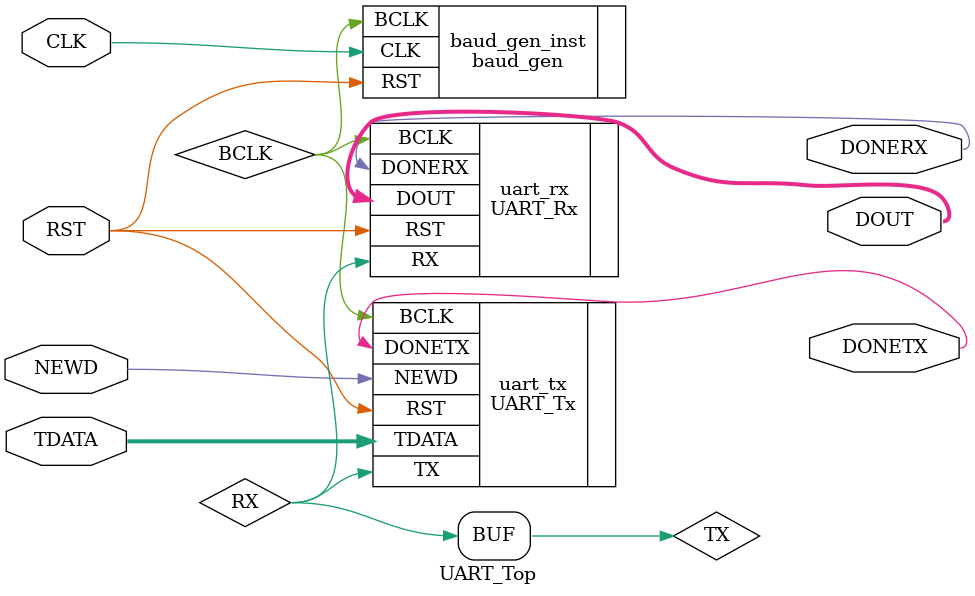
<source format=v>
`timescale 1ns/1ps

module UART_Top #(parameter UART_CLK_FREQ = 150_000_000,   // UART Input Clock Frequency
                            BAUD_RATE = 3_000_000,        // Desired Baud Rate
                            OVERSAMPLING = 16            // Oversampling factor (default is 16×)
)(
    input wire CLK,         // System clock input (e.g., 150 MHz)
    input wire RST,         // Active-high synchronous reset
    input wire [7:0] TDATA, // Data to send from the transmitter
    input wire NEWD,        // New data signal for the transmitter

    output wire DONETX,     // Transmit done signal
    output wire DONERX,     // Receive done signal
    output wire [7:0] DOUT // Data received by the receiver
);

    // Internal signal for interconnection
    wire BCLK;
    wire TX; // TX signal from the transmitter
    wire RX; // RX signal to the receiver

    // Connect the TX of the transmitter to the RX of the receiver
    assign RX = TX;

    baud_gen #(
        .UART_CLK_FREQ(UART_CLK_FREQ),
        .BAUD_RATE(BAUD_RATE),
        .OVERSAMPLING(OVERSAMPLING)
    ) baud_gen_inst (
        .CLK(CLK),          // System clock input
        .RST(RST),          // Active-high reset
        .BCLK(BCLK)         // Generated baud clock output
    );

    // Instantiate the UART Transmitter
    UART_Tx #(
        .UART_CLK_FREQ(UART_CLK_FREQ),
        .BAUD_RATE(BAUD_RATE),
        .OVERSAMPLING(OVERSAMPLING)
    ) uart_tx (
        .BCLK(BCLK),
        .RST(RST),
        .NEWD(NEWD),
        .TDATA(TDATA),
        .TX(TX),
        .DONETX(DONETX)
    );

    // Instantiate the UART Receiver
    UART_Rx #(
        .UART_CLK_FREQ(UART_CLK_FREQ),
        .BAUD_RATE(BAUD_RATE),
        .OVERSAMPLING(OVERSAMPLING)
    ) uart_rx (
        .BCLK(BCLK),
        .RST(RST),
        .RX(RX),
        .DOUT(DOUT),
        .DONERX(DONERX)
    );

endmodule
</source>
